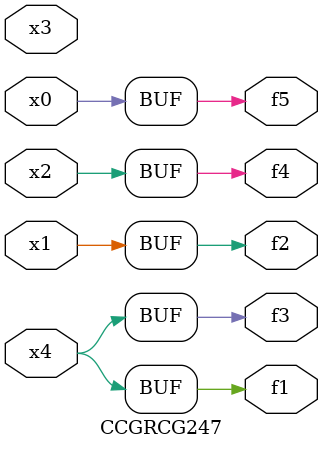
<source format=v>
module CCGRCG247(
	input x0, x1, x2, x3, x4,
	output f1, f2, f3, f4, f5
);
	assign f1 = x4;
	assign f2 = x1;
	assign f3 = x4;
	assign f4 = x2;
	assign f5 = x0;
endmodule

</source>
